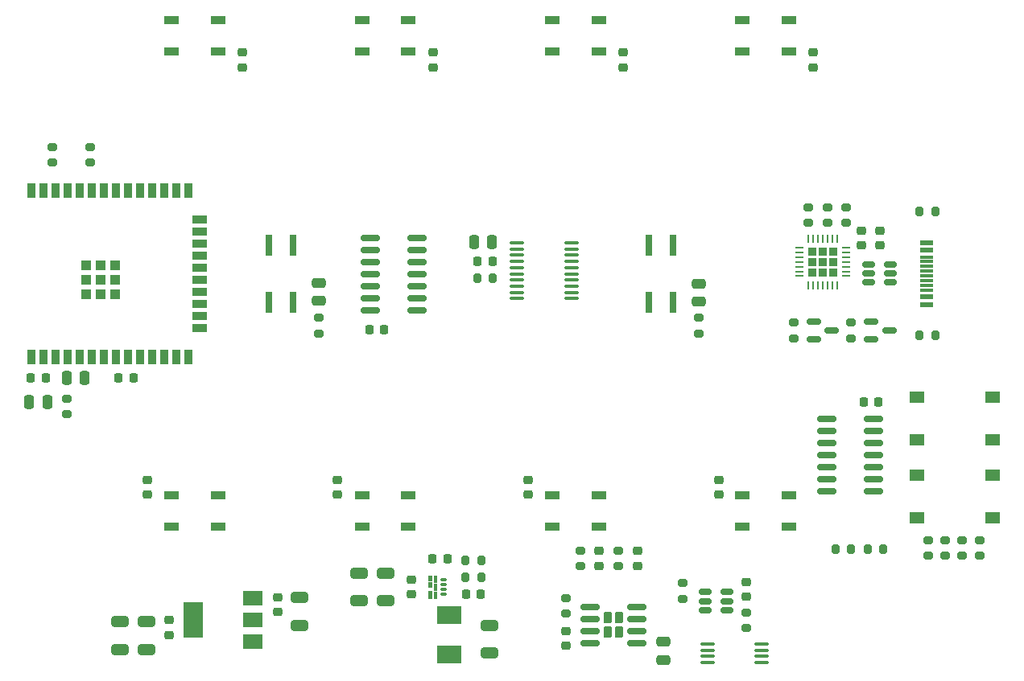
<source format=gtp>
G04 #@! TF.GenerationSoftware,KiCad,Pcbnew,(6.0.10-0)*
G04 #@! TF.CreationDate,2023-01-31T00:07:50+01:00*
G04 #@! TF.ProjectId,breast-module-proto-v1,62726561-7374-42d6-9d6f-64756c652d70,Proto V1*
G04 #@! TF.SameCoordinates,Original*
G04 #@! TF.FileFunction,Paste,Top*
G04 #@! TF.FilePolarity,Positive*
%FSLAX46Y46*%
G04 Gerber Fmt 4.6, Leading zero omitted, Abs format (unit mm)*
G04 Created by KiCad (PCBNEW (6.0.10-0)) date 2023-01-31 00:07:50*
%MOMM*%
%LPD*%
G01*
G04 APERTURE LIST*
G04 Aperture macros list*
%AMRoundRect*
0 Rectangle with rounded corners*
0 $1 Rounding radius*
0 $2 $3 $4 $5 $6 $7 $8 $9 X,Y pos of 4 corners*
0 Add a 4 corners polygon primitive as box body*
4,1,4,$2,$3,$4,$5,$6,$7,$8,$9,$2,$3,0*
0 Add four circle primitives for the rounded corners*
1,1,$1+$1,$2,$3*
1,1,$1+$1,$4,$5*
1,1,$1+$1,$6,$7*
1,1,$1+$1,$8,$9*
0 Add four rect primitives between the rounded corners*
20,1,$1+$1,$2,$3,$4,$5,0*
20,1,$1+$1,$4,$5,$6,$7,0*
20,1,$1+$1,$6,$7,$8,$9,0*
20,1,$1+$1,$8,$9,$2,$3,0*%
G04 Aperture macros list end*
%ADD10C,0.010000*%
%ADD11RoundRect,0.225000X0.250000X-0.225000X0.250000X0.225000X-0.250000X0.225000X-0.250000X-0.225000X0*%
%ADD12RoundRect,0.225000X-0.250000X0.225000X-0.250000X-0.225000X0.250000X-0.225000X0.250000X0.225000X0*%
%ADD13RoundRect,0.100000X-0.637500X-0.100000X0.637500X-0.100000X0.637500X0.100000X-0.637500X0.100000X0*%
%ADD14RoundRect,0.218750X0.256250X-0.218750X0.256250X0.218750X-0.256250X0.218750X-0.256250X-0.218750X0*%
%ADD15RoundRect,0.250000X0.250000X0.475000X-0.250000X0.475000X-0.250000X-0.475000X0.250000X-0.475000X0*%
%ADD16R,1.500000X0.900000*%
%ADD17RoundRect,0.150000X-0.825000X-0.150000X0.825000X-0.150000X0.825000X0.150000X-0.825000X0.150000X0*%
%ADD18RoundRect,0.250000X-0.475000X0.250000X-0.475000X-0.250000X0.475000X-0.250000X0.475000X0.250000X0*%
%ADD19R,1.550000X1.300000*%
%ADD20RoundRect,0.200000X-0.275000X0.200000X-0.275000X-0.200000X0.275000X-0.200000X0.275000X0.200000X0*%
%ADD21R,2.000000X1.500000*%
%ADD22R,2.000000X3.800000*%
%ADD23R,0.900000X1.500000*%
%ADD24R,1.050000X1.050000*%
%ADD25RoundRect,0.225000X-0.225000X-0.250000X0.225000X-0.250000X0.225000X0.250000X-0.225000X0.250000X0*%
%ADD26RoundRect,0.200000X0.275000X-0.200000X0.275000X0.200000X-0.275000X0.200000X-0.275000X-0.200000X0*%
%ADD27RoundRect,0.230000X-0.230000X-0.375000X0.230000X-0.375000X0.230000X0.375000X-0.230000X0.375000X0*%
%ADD28RoundRect,0.187500X0.187500X-0.937500X0.187500X0.937500X-0.187500X0.937500X-0.187500X-0.937500X0*%
%ADD29RoundRect,0.225000X0.225000X0.250000X-0.225000X0.250000X-0.225000X-0.250000X0.225000X-0.250000X0*%
%ADD30RoundRect,0.150000X-0.587500X-0.150000X0.587500X-0.150000X0.587500X0.150000X-0.587500X0.150000X0*%
%ADD31R,2.500000X1.900000*%
%ADD32R,1.450000X0.600000*%
%ADD33R,1.450000X0.300000*%
%ADD34RoundRect,0.250000X-0.650000X0.325000X-0.650000X-0.325000X0.650000X-0.325000X0.650000X0.325000X0*%
%ADD35RoundRect,0.200000X-0.200000X-0.275000X0.200000X-0.275000X0.200000X0.275000X-0.200000X0.275000X0*%
%ADD36RoundRect,0.200000X0.200000X0.275000X-0.200000X0.275000X-0.200000X-0.275000X0.200000X-0.275000X0*%
%ADD37RoundRect,0.250000X0.650000X-0.325000X0.650000X0.325000X-0.650000X0.325000X-0.650000X-0.325000X0*%
%ADD38RoundRect,0.225000X0.225000X0.225000X-0.225000X0.225000X-0.225000X-0.225000X0.225000X-0.225000X0*%
%ADD39RoundRect,0.062500X0.337500X0.062500X-0.337500X0.062500X-0.337500X-0.062500X0.337500X-0.062500X0*%
%ADD40RoundRect,0.062500X0.062500X0.337500X-0.062500X0.337500X-0.062500X-0.337500X0.062500X-0.337500X0*%
%ADD41RoundRect,0.150000X0.512500X0.150000X-0.512500X0.150000X-0.512500X-0.150000X0.512500X-0.150000X0*%
%ADD42RoundRect,0.150000X0.825000X0.150000X-0.825000X0.150000X-0.825000X-0.150000X0.825000X-0.150000X0*%
%ADD43RoundRect,0.100000X0.637500X0.100000X-0.637500X0.100000X-0.637500X-0.100000X0.637500X-0.100000X0*%
%ADD44RoundRect,0.030000X-0.270000X0.095000X-0.270000X-0.095000X0.270000X-0.095000X0.270000X0.095000X0*%
%ADD45RoundRect,0.150000X-0.512500X-0.150000X0.512500X-0.150000X0.512500X0.150000X-0.512500X0.150000X0*%
G04 APERTURE END LIST*
G36*
X140818000Y-128310999D02*
G01*
X140820000Y-128310999D01*
X140823000Y-128311999D01*
X140825000Y-128311999D01*
X140828000Y-128312999D01*
X140830000Y-128313999D01*
X140833000Y-128314999D01*
X140835000Y-128316999D01*
X140837000Y-128317999D01*
X140839000Y-128319999D01*
X140841000Y-128320999D01*
X140849000Y-128328999D01*
X140850000Y-128330999D01*
X140852000Y-128332999D01*
X140853000Y-128334999D01*
X140855000Y-128336999D01*
X140856000Y-128339999D01*
X140857000Y-128341999D01*
X140858000Y-128344999D01*
X140858000Y-128346999D01*
X140859000Y-128349999D01*
X140859000Y-128351999D01*
X140860000Y-128354999D01*
X140860000Y-128924999D01*
X140859000Y-128927999D01*
X140859000Y-128929999D01*
X140858000Y-128932999D01*
X140858000Y-128934999D01*
X140857000Y-128937999D01*
X140856000Y-128939999D01*
X140855000Y-128942999D01*
X140853000Y-128944999D01*
X140852000Y-128946999D01*
X140850000Y-128948999D01*
X140849000Y-128950999D01*
X140841000Y-128958999D01*
X140839000Y-128959999D01*
X140837000Y-128961999D01*
X140835000Y-128962999D01*
X140833000Y-128964999D01*
X140830000Y-128965999D01*
X140828000Y-128966999D01*
X140825000Y-128967999D01*
X140823000Y-128967999D01*
X140820000Y-128968999D01*
X140818000Y-128968999D01*
X140815000Y-128969999D01*
X140655000Y-128969999D01*
X140652000Y-128968999D01*
X140650000Y-128968999D01*
X140647000Y-128967999D01*
X140645000Y-128967999D01*
X140642000Y-128966999D01*
X140640000Y-128965999D01*
X140637000Y-128964999D01*
X140635000Y-128962999D01*
X140633000Y-128961999D01*
X140631000Y-128959999D01*
X140629000Y-128958999D01*
X140621000Y-128950999D01*
X140620000Y-128948999D01*
X140618000Y-128946999D01*
X140617000Y-128944999D01*
X140615000Y-128942999D01*
X140614000Y-128939999D01*
X140613000Y-128937999D01*
X140612000Y-128934999D01*
X140612000Y-128932999D01*
X140611000Y-128929999D01*
X140611000Y-128927999D01*
X140610000Y-128924999D01*
X140610000Y-128354999D01*
X140611000Y-128351999D01*
X140611000Y-128349999D01*
X140612000Y-128346999D01*
X140612000Y-128344999D01*
X140613000Y-128341999D01*
X140614000Y-128339999D01*
X140615000Y-128336999D01*
X140617000Y-128334999D01*
X140618000Y-128332999D01*
X140620000Y-128330999D01*
X140621000Y-128328999D01*
X140629000Y-128320999D01*
X140631000Y-128319999D01*
X140633000Y-128317999D01*
X140635000Y-128316999D01*
X140637000Y-128314999D01*
X140640000Y-128313999D01*
X140642000Y-128312999D01*
X140645000Y-128311999D01*
X140647000Y-128311999D01*
X140650000Y-128310999D01*
X140652000Y-128310999D01*
X140655000Y-128309999D01*
X140815000Y-128309999D01*
X140818000Y-128310999D01*
G37*
D10*
X140818000Y-128310999D02*
X140820000Y-128310999D01*
X140823000Y-128311999D01*
X140825000Y-128311999D01*
X140828000Y-128312999D01*
X140830000Y-128313999D01*
X140833000Y-128314999D01*
X140835000Y-128316999D01*
X140837000Y-128317999D01*
X140839000Y-128319999D01*
X140841000Y-128320999D01*
X140849000Y-128328999D01*
X140850000Y-128330999D01*
X140852000Y-128332999D01*
X140853000Y-128334999D01*
X140855000Y-128336999D01*
X140856000Y-128339999D01*
X140857000Y-128341999D01*
X140858000Y-128344999D01*
X140858000Y-128346999D01*
X140859000Y-128349999D01*
X140859000Y-128351999D01*
X140860000Y-128354999D01*
X140860000Y-128924999D01*
X140859000Y-128927999D01*
X140859000Y-128929999D01*
X140858000Y-128932999D01*
X140858000Y-128934999D01*
X140857000Y-128937999D01*
X140856000Y-128939999D01*
X140855000Y-128942999D01*
X140853000Y-128944999D01*
X140852000Y-128946999D01*
X140850000Y-128948999D01*
X140849000Y-128950999D01*
X140841000Y-128958999D01*
X140839000Y-128959999D01*
X140837000Y-128961999D01*
X140835000Y-128962999D01*
X140833000Y-128964999D01*
X140830000Y-128965999D01*
X140828000Y-128966999D01*
X140825000Y-128967999D01*
X140823000Y-128967999D01*
X140820000Y-128968999D01*
X140818000Y-128968999D01*
X140815000Y-128969999D01*
X140655000Y-128969999D01*
X140652000Y-128968999D01*
X140650000Y-128968999D01*
X140647000Y-128967999D01*
X140645000Y-128967999D01*
X140642000Y-128966999D01*
X140640000Y-128965999D01*
X140637000Y-128964999D01*
X140635000Y-128962999D01*
X140633000Y-128961999D01*
X140631000Y-128959999D01*
X140629000Y-128958999D01*
X140621000Y-128950999D01*
X140620000Y-128948999D01*
X140618000Y-128946999D01*
X140617000Y-128944999D01*
X140615000Y-128942999D01*
X140614000Y-128939999D01*
X140613000Y-128937999D01*
X140612000Y-128934999D01*
X140612000Y-128932999D01*
X140611000Y-128929999D01*
X140611000Y-128927999D01*
X140610000Y-128924999D01*
X140610000Y-128354999D01*
X140611000Y-128351999D01*
X140611000Y-128349999D01*
X140612000Y-128346999D01*
X140612000Y-128344999D01*
X140613000Y-128341999D01*
X140614000Y-128339999D01*
X140615000Y-128336999D01*
X140617000Y-128334999D01*
X140618000Y-128332999D01*
X140620000Y-128330999D01*
X140621000Y-128328999D01*
X140629000Y-128320999D01*
X140631000Y-128319999D01*
X140633000Y-128317999D01*
X140635000Y-128316999D01*
X140637000Y-128314999D01*
X140640000Y-128313999D01*
X140642000Y-128312999D01*
X140645000Y-128311999D01*
X140647000Y-128311999D01*
X140650000Y-128310999D01*
X140652000Y-128310999D01*
X140655000Y-128309999D01*
X140815000Y-128309999D01*
X140818000Y-128310999D01*
G36*
X140318000Y-129900999D02*
G01*
X140320000Y-129900999D01*
X140323000Y-129901999D01*
X140325000Y-129901999D01*
X140328000Y-129902999D01*
X140330000Y-129903999D01*
X140333000Y-129904999D01*
X140335000Y-129906999D01*
X140337000Y-129907999D01*
X140339000Y-129909999D01*
X140341000Y-129910999D01*
X140349000Y-129918999D01*
X140350000Y-129920999D01*
X140352000Y-129922999D01*
X140353000Y-129924999D01*
X140355000Y-129926999D01*
X140356000Y-129929999D01*
X140357000Y-129931999D01*
X140358000Y-129934999D01*
X140358000Y-129936999D01*
X140359000Y-129939999D01*
X140359000Y-129941999D01*
X140360000Y-129944999D01*
X140360000Y-130654999D01*
X140359000Y-130657999D01*
X140359000Y-130659999D01*
X140358000Y-130662999D01*
X140358000Y-130664999D01*
X140357000Y-130667999D01*
X140356000Y-130669999D01*
X140355000Y-130672999D01*
X140353000Y-130674999D01*
X140352000Y-130676999D01*
X140350000Y-130678999D01*
X140349000Y-130680999D01*
X140341000Y-130688999D01*
X140339000Y-130689999D01*
X140337000Y-130691999D01*
X140335000Y-130692999D01*
X140333000Y-130694999D01*
X140330000Y-130695999D01*
X140328000Y-130696999D01*
X140325000Y-130697999D01*
X140323000Y-130697999D01*
X140320000Y-130698999D01*
X140318000Y-130698999D01*
X140315000Y-130699999D01*
X140105000Y-130699999D01*
X140102000Y-130698999D01*
X140100000Y-130698999D01*
X140097000Y-130697999D01*
X140095000Y-130697999D01*
X140092000Y-130696999D01*
X140090000Y-130695999D01*
X140087000Y-130694999D01*
X140085000Y-130692999D01*
X140083000Y-130691999D01*
X140081000Y-130689999D01*
X140079000Y-130688999D01*
X140071000Y-130680999D01*
X140070000Y-130678999D01*
X140068000Y-130676999D01*
X140067000Y-130674999D01*
X140065000Y-130672999D01*
X140064000Y-130669999D01*
X140063000Y-130667999D01*
X140062000Y-130664999D01*
X140062000Y-130662999D01*
X140061000Y-130659999D01*
X140061000Y-130657999D01*
X140060000Y-130654999D01*
X140060000Y-129944999D01*
X140061000Y-129941999D01*
X140061000Y-129939999D01*
X140062000Y-129936999D01*
X140062000Y-129934999D01*
X140063000Y-129931999D01*
X140064000Y-129929999D01*
X140065000Y-129926999D01*
X140067000Y-129924999D01*
X140068000Y-129922999D01*
X140070000Y-129920999D01*
X140071000Y-129918999D01*
X140079000Y-129910999D01*
X140081000Y-129909999D01*
X140083000Y-129907999D01*
X140085000Y-129906999D01*
X140087000Y-129904999D01*
X140090000Y-129903999D01*
X140092000Y-129902999D01*
X140095000Y-129901999D01*
X140097000Y-129901999D01*
X140100000Y-129900999D01*
X140102000Y-129900999D01*
X140105000Y-129899999D01*
X140315000Y-129899999D01*
X140318000Y-129900999D01*
G37*
X140318000Y-129900999D02*
X140320000Y-129900999D01*
X140323000Y-129901999D01*
X140325000Y-129901999D01*
X140328000Y-129902999D01*
X140330000Y-129903999D01*
X140333000Y-129904999D01*
X140335000Y-129906999D01*
X140337000Y-129907999D01*
X140339000Y-129909999D01*
X140341000Y-129910999D01*
X140349000Y-129918999D01*
X140350000Y-129920999D01*
X140352000Y-129922999D01*
X140353000Y-129924999D01*
X140355000Y-129926999D01*
X140356000Y-129929999D01*
X140357000Y-129931999D01*
X140358000Y-129934999D01*
X140358000Y-129936999D01*
X140359000Y-129939999D01*
X140359000Y-129941999D01*
X140360000Y-129944999D01*
X140360000Y-130654999D01*
X140359000Y-130657999D01*
X140359000Y-130659999D01*
X140358000Y-130662999D01*
X140358000Y-130664999D01*
X140357000Y-130667999D01*
X140356000Y-130669999D01*
X140355000Y-130672999D01*
X140353000Y-130674999D01*
X140352000Y-130676999D01*
X140350000Y-130678999D01*
X140349000Y-130680999D01*
X140341000Y-130688999D01*
X140339000Y-130689999D01*
X140337000Y-130691999D01*
X140335000Y-130692999D01*
X140333000Y-130694999D01*
X140330000Y-130695999D01*
X140328000Y-130696999D01*
X140325000Y-130697999D01*
X140323000Y-130697999D01*
X140320000Y-130698999D01*
X140318000Y-130698999D01*
X140315000Y-130699999D01*
X140105000Y-130699999D01*
X140102000Y-130698999D01*
X140100000Y-130698999D01*
X140097000Y-130697999D01*
X140095000Y-130697999D01*
X140092000Y-130696999D01*
X140090000Y-130695999D01*
X140087000Y-130694999D01*
X140085000Y-130692999D01*
X140083000Y-130691999D01*
X140081000Y-130689999D01*
X140079000Y-130688999D01*
X140071000Y-130680999D01*
X140070000Y-130678999D01*
X140068000Y-130676999D01*
X140067000Y-130674999D01*
X140065000Y-130672999D01*
X140064000Y-130669999D01*
X140063000Y-130667999D01*
X140062000Y-130664999D01*
X140062000Y-130662999D01*
X140061000Y-130659999D01*
X140061000Y-130657999D01*
X140060000Y-130654999D01*
X140060000Y-129944999D01*
X140061000Y-129941999D01*
X140061000Y-129939999D01*
X140062000Y-129936999D01*
X140062000Y-129934999D01*
X140063000Y-129931999D01*
X140064000Y-129929999D01*
X140065000Y-129926999D01*
X140067000Y-129924999D01*
X140068000Y-129922999D01*
X140070000Y-129920999D01*
X140071000Y-129918999D01*
X140079000Y-129910999D01*
X140081000Y-129909999D01*
X140083000Y-129907999D01*
X140085000Y-129906999D01*
X140087000Y-129904999D01*
X140090000Y-129903999D01*
X140092000Y-129902999D01*
X140095000Y-129901999D01*
X140097000Y-129901999D01*
X140100000Y-129900999D01*
X140102000Y-129900999D01*
X140105000Y-129899999D01*
X140315000Y-129899999D01*
X140318000Y-129900999D01*
G36*
X140320000Y-128300999D02*
G01*
X140323000Y-128300999D01*
X140325000Y-128301999D01*
X140328000Y-128302999D01*
X140330000Y-128303999D01*
X140333000Y-128304999D01*
X140335000Y-128305999D01*
X140337000Y-128307999D01*
X140339000Y-128308999D01*
X140341000Y-128310999D01*
X140343000Y-128311999D01*
X140349000Y-128317999D01*
X140350000Y-128319999D01*
X140352000Y-128321999D01*
X140353000Y-128324999D01*
X140355000Y-128326999D01*
X140356000Y-128328999D01*
X140357000Y-128331999D01*
X140358000Y-128333999D01*
X140358000Y-128336999D01*
X140359000Y-128338999D01*
X140359000Y-128341999D01*
X140360000Y-128343999D01*
X140360000Y-128779999D01*
X140359000Y-128781999D01*
X140359000Y-128784999D01*
X140358000Y-128786999D01*
X140358000Y-128789999D01*
X140357000Y-128791999D01*
X140356000Y-128794999D01*
X140355000Y-128796999D01*
X140353000Y-128798999D01*
X140352000Y-128801999D01*
X140350000Y-128803999D01*
X140349000Y-128805999D01*
X140343000Y-128811999D01*
X140341000Y-128812999D01*
X140339000Y-128814999D01*
X140337000Y-128815999D01*
X140335000Y-128817999D01*
X140333000Y-128818999D01*
X140330000Y-128819999D01*
X140328000Y-128820999D01*
X140325000Y-128821999D01*
X140323000Y-128822999D01*
X140320000Y-128822999D01*
X140318000Y-128823999D01*
X140313000Y-128823999D01*
X140310000Y-128824999D01*
X140110000Y-128824999D01*
X140107000Y-128823999D01*
X140102000Y-128823999D01*
X140100000Y-128822999D01*
X140097000Y-128822999D01*
X140095000Y-128821999D01*
X140092000Y-128820999D01*
X140090000Y-128819999D01*
X140087000Y-128818999D01*
X140085000Y-128817999D01*
X140083000Y-128815999D01*
X140081000Y-128814999D01*
X140079000Y-128812999D01*
X140077000Y-128811999D01*
X140071000Y-128805999D01*
X140070000Y-128803999D01*
X140068000Y-128801999D01*
X140067000Y-128798999D01*
X140065000Y-128796999D01*
X140064000Y-128794999D01*
X140063000Y-128791999D01*
X140062000Y-128789999D01*
X140062000Y-128786999D01*
X140061000Y-128784999D01*
X140061000Y-128781999D01*
X140060000Y-128779999D01*
X140060000Y-128343999D01*
X140061000Y-128341999D01*
X140061000Y-128338999D01*
X140062000Y-128336999D01*
X140062000Y-128333999D01*
X140063000Y-128331999D01*
X140064000Y-128328999D01*
X140065000Y-128326999D01*
X140067000Y-128324999D01*
X140068000Y-128321999D01*
X140070000Y-128319999D01*
X140071000Y-128317999D01*
X140077000Y-128311999D01*
X140079000Y-128310999D01*
X140081000Y-128308999D01*
X140083000Y-128307999D01*
X140085000Y-128305999D01*
X140087000Y-128304999D01*
X140090000Y-128303999D01*
X140092000Y-128302999D01*
X140095000Y-128301999D01*
X140097000Y-128300999D01*
X140100000Y-128300999D01*
X140102000Y-128299999D01*
X140318000Y-128299999D01*
X140320000Y-128300999D01*
G37*
X140320000Y-128300999D02*
X140323000Y-128300999D01*
X140325000Y-128301999D01*
X140328000Y-128302999D01*
X140330000Y-128303999D01*
X140333000Y-128304999D01*
X140335000Y-128305999D01*
X140337000Y-128307999D01*
X140339000Y-128308999D01*
X140341000Y-128310999D01*
X140343000Y-128311999D01*
X140349000Y-128317999D01*
X140350000Y-128319999D01*
X140352000Y-128321999D01*
X140353000Y-128324999D01*
X140355000Y-128326999D01*
X140356000Y-128328999D01*
X140357000Y-128331999D01*
X140358000Y-128333999D01*
X140358000Y-128336999D01*
X140359000Y-128338999D01*
X140359000Y-128341999D01*
X140360000Y-128343999D01*
X140360000Y-128779999D01*
X140359000Y-128781999D01*
X140359000Y-128784999D01*
X140358000Y-128786999D01*
X140358000Y-128789999D01*
X140357000Y-128791999D01*
X140356000Y-128794999D01*
X140355000Y-128796999D01*
X140353000Y-128798999D01*
X140352000Y-128801999D01*
X140350000Y-128803999D01*
X140349000Y-128805999D01*
X140343000Y-128811999D01*
X140341000Y-128812999D01*
X140339000Y-128814999D01*
X140337000Y-128815999D01*
X140335000Y-128817999D01*
X140333000Y-128818999D01*
X140330000Y-128819999D01*
X140328000Y-128820999D01*
X140325000Y-128821999D01*
X140323000Y-128822999D01*
X140320000Y-128822999D01*
X140318000Y-128823999D01*
X140313000Y-128823999D01*
X140310000Y-128824999D01*
X140110000Y-128824999D01*
X140107000Y-128823999D01*
X140102000Y-128823999D01*
X140100000Y-128822999D01*
X140097000Y-128822999D01*
X140095000Y-128821999D01*
X140092000Y-128820999D01*
X140090000Y-128819999D01*
X140087000Y-128818999D01*
X140085000Y-128817999D01*
X140083000Y-128815999D01*
X140081000Y-128814999D01*
X140079000Y-128812999D01*
X140077000Y-128811999D01*
X140071000Y-128805999D01*
X140070000Y-128803999D01*
X140068000Y-128801999D01*
X140067000Y-128798999D01*
X140065000Y-128796999D01*
X140064000Y-128794999D01*
X140063000Y-128791999D01*
X140062000Y-128789999D01*
X140062000Y-128786999D01*
X140061000Y-128784999D01*
X140061000Y-128781999D01*
X140060000Y-128779999D01*
X140060000Y-128343999D01*
X140061000Y-128341999D01*
X140061000Y-128338999D01*
X140062000Y-128336999D01*
X140062000Y-128333999D01*
X140063000Y-128331999D01*
X140064000Y-128328999D01*
X140065000Y-128326999D01*
X140067000Y-128324999D01*
X140068000Y-128321999D01*
X140070000Y-128319999D01*
X140071000Y-128317999D01*
X140077000Y-128311999D01*
X140079000Y-128310999D01*
X140081000Y-128308999D01*
X140083000Y-128307999D01*
X140085000Y-128305999D01*
X140087000Y-128304999D01*
X140090000Y-128303999D01*
X140092000Y-128302999D01*
X140095000Y-128301999D01*
X140097000Y-128300999D01*
X140100000Y-128300999D01*
X140102000Y-128299999D01*
X140318000Y-128299999D01*
X140320000Y-128300999D01*
G36*
X140818000Y-130030999D02*
G01*
X140820000Y-130030999D01*
X140823000Y-130031999D01*
X140825000Y-130031999D01*
X140828000Y-130032999D01*
X140830000Y-130033999D01*
X140833000Y-130034999D01*
X140835000Y-130036999D01*
X140837000Y-130037999D01*
X140839000Y-130039999D01*
X140841000Y-130040999D01*
X140849000Y-130048999D01*
X140850000Y-130050999D01*
X140852000Y-130052999D01*
X140853000Y-130054999D01*
X140855000Y-130056999D01*
X140856000Y-130059999D01*
X140857000Y-130061999D01*
X140858000Y-130064999D01*
X140858000Y-130066999D01*
X140859000Y-130069999D01*
X140859000Y-130071999D01*
X140860000Y-130074999D01*
X140860000Y-130644999D01*
X140859000Y-130647999D01*
X140859000Y-130649999D01*
X140858000Y-130652999D01*
X140858000Y-130654999D01*
X140857000Y-130657999D01*
X140856000Y-130659999D01*
X140855000Y-130662999D01*
X140853000Y-130664999D01*
X140852000Y-130666999D01*
X140850000Y-130668999D01*
X140849000Y-130670999D01*
X140841000Y-130678999D01*
X140839000Y-130679999D01*
X140837000Y-130681999D01*
X140835000Y-130682999D01*
X140833000Y-130684999D01*
X140830000Y-130685999D01*
X140828000Y-130686999D01*
X140825000Y-130687999D01*
X140823000Y-130687999D01*
X140820000Y-130688999D01*
X140818000Y-130688999D01*
X140815000Y-130689999D01*
X140655000Y-130689999D01*
X140652000Y-130688999D01*
X140650000Y-130688999D01*
X140647000Y-130687999D01*
X140645000Y-130687999D01*
X140642000Y-130686999D01*
X140640000Y-130685999D01*
X140637000Y-130684999D01*
X140635000Y-130682999D01*
X140633000Y-130681999D01*
X140631000Y-130679999D01*
X140629000Y-130678999D01*
X140621000Y-130670999D01*
X140620000Y-130668999D01*
X140618000Y-130666999D01*
X140617000Y-130664999D01*
X140615000Y-130662999D01*
X140614000Y-130659999D01*
X140613000Y-130657999D01*
X140612000Y-130654999D01*
X140612000Y-130652999D01*
X140611000Y-130649999D01*
X140611000Y-130647999D01*
X140610000Y-130644999D01*
X140610000Y-130074999D01*
X140611000Y-130071999D01*
X140611000Y-130069999D01*
X140612000Y-130066999D01*
X140612000Y-130064999D01*
X140613000Y-130061999D01*
X140614000Y-130059999D01*
X140615000Y-130056999D01*
X140617000Y-130054999D01*
X140618000Y-130052999D01*
X140620000Y-130050999D01*
X140621000Y-130048999D01*
X140629000Y-130040999D01*
X140631000Y-130039999D01*
X140633000Y-130037999D01*
X140635000Y-130036999D01*
X140637000Y-130034999D01*
X140640000Y-130033999D01*
X140642000Y-130032999D01*
X140645000Y-130031999D01*
X140647000Y-130031999D01*
X140650000Y-130030999D01*
X140652000Y-130030999D01*
X140655000Y-130029999D01*
X140815000Y-130029999D01*
X140818000Y-130030999D01*
G37*
X140818000Y-130030999D02*
X140820000Y-130030999D01*
X140823000Y-130031999D01*
X140825000Y-130031999D01*
X140828000Y-130032999D01*
X140830000Y-130033999D01*
X140833000Y-130034999D01*
X140835000Y-130036999D01*
X140837000Y-130037999D01*
X140839000Y-130039999D01*
X140841000Y-130040999D01*
X140849000Y-130048999D01*
X140850000Y-130050999D01*
X140852000Y-130052999D01*
X140853000Y-130054999D01*
X140855000Y-130056999D01*
X140856000Y-130059999D01*
X140857000Y-130061999D01*
X140858000Y-130064999D01*
X140858000Y-130066999D01*
X140859000Y-130069999D01*
X140859000Y-130071999D01*
X140860000Y-130074999D01*
X140860000Y-130644999D01*
X140859000Y-130647999D01*
X140859000Y-130649999D01*
X140858000Y-130652999D01*
X140858000Y-130654999D01*
X140857000Y-130657999D01*
X140856000Y-130659999D01*
X140855000Y-130662999D01*
X140853000Y-130664999D01*
X140852000Y-130666999D01*
X140850000Y-130668999D01*
X140849000Y-130670999D01*
X140841000Y-130678999D01*
X140839000Y-130679999D01*
X140837000Y-130681999D01*
X140835000Y-130682999D01*
X140833000Y-130684999D01*
X140830000Y-130685999D01*
X140828000Y-130686999D01*
X140825000Y-130687999D01*
X140823000Y-130687999D01*
X140820000Y-130688999D01*
X140818000Y-130688999D01*
X140815000Y-130689999D01*
X140655000Y-130689999D01*
X140652000Y-130688999D01*
X140650000Y-130688999D01*
X140647000Y-130687999D01*
X140645000Y-130687999D01*
X140642000Y-130686999D01*
X140640000Y-130685999D01*
X140637000Y-130684999D01*
X140635000Y-130682999D01*
X140633000Y-130681999D01*
X140631000Y-130679999D01*
X140629000Y-130678999D01*
X140621000Y-130670999D01*
X140620000Y-130668999D01*
X140618000Y-130666999D01*
X140617000Y-130664999D01*
X140615000Y-130662999D01*
X140614000Y-130659999D01*
X140613000Y-130657999D01*
X140612000Y-130654999D01*
X140612000Y-130652999D01*
X140611000Y-130649999D01*
X140611000Y-130647999D01*
X140610000Y-130644999D01*
X140610000Y-130074999D01*
X140611000Y-130071999D01*
X140611000Y-130069999D01*
X140612000Y-130066999D01*
X140612000Y-130064999D01*
X140613000Y-130061999D01*
X140614000Y-130059999D01*
X140615000Y-130056999D01*
X140617000Y-130054999D01*
X140618000Y-130052999D01*
X140620000Y-130050999D01*
X140621000Y-130048999D01*
X140629000Y-130040999D01*
X140631000Y-130039999D01*
X140633000Y-130037999D01*
X140635000Y-130036999D01*
X140637000Y-130034999D01*
X140640000Y-130033999D01*
X140642000Y-130032999D01*
X140645000Y-130031999D01*
X140647000Y-130031999D01*
X140650000Y-130030999D01*
X140652000Y-130030999D01*
X140655000Y-130029999D01*
X140815000Y-130029999D01*
X140818000Y-130030999D01*
G36*
X140818000Y-129170999D02*
G01*
X140820000Y-129170999D01*
X140823000Y-129171999D01*
X140825000Y-129171999D01*
X140828000Y-129172999D01*
X140830000Y-129173999D01*
X140833000Y-129174999D01*
X140835000Y-129176999D01*
X140837000Y-129177999D01*
X140839000Y-129179999D01*
X140841000Y-129180999D01*
X140849000Y-129188999D01*
X140850000Y-129190999D01*
X140852000Y-129192999D01*
X140853000Y-129194999D01*
X140855000Y-129196999D01*
X140856000Y-129199999D01*
X140857000Y-129201999D01*
X140858000Y-129204999D01*
X140858000Y-129206999D01*
X140859000Y-129209999D01*
X140859000Y-129211999D01*
X140860000Y-129214999D01*
X140860000Y-129784999D01*
X140859000Y-129787999D01*
X140859000Y-129789999D01*
X140858000Y-129792999D01*
X140858000Y-129794999D01*
X140857000Y-129797999D01*
X140856000Y-129799999D01*
X140855000Y-129802999D01*
X140853000Y-129804999D01*
X140852000Y-129806999D01*
X140850000Y-129808999D01*
X140849000Y-129810999D01*
X140841000Y-129818999D01*
X140839000Y-129819999D01*
X140837000Y-129821999D01*
X140835000Y-129822999D01*
X140833000Y-129824999D01*
X140830000Y-129825999D01*
X140828000Y-129826999D01*
X140825000Y-129827999D01*
X140823000Y-129827999D01*
X140820000Y-129828999D01*
X140818000Y-129828999D01*
X140815000Y-129829999D01*
X140655000Y-129829999D01*
X140652000Y-129828999D01*
X140650000Y-129828999D01*
X140647000Y-129827999D01*
X140645000Y-129827999D01*
X140642000Y-129826999D01*
X140640000Y-129825999D01*
X140637000Y-129824999D01*
X140635000Y-129822999D01*
X140633000Y-129821999D01*
X140631000Y-129819999D01*
X140629000Y-129818999D01*
X140621000Y-129810999D01*
X140620000Y-129808999D01*
X140618000Y-129806999D01*
X140617000Y-129804999D01*
X140615000Y-129802999D01*
X140614000Y-129799999D01*
X140613000Y-129797999D01*
X140612000Y-129794999D01*
X140612000Y-129792999D01*
X140611000Y-129789999D01*
X140611000Y-129787999D01*
X140610000Y-129784999D01*
X140610000Y-129214999D01*
X140611000Y-129211999D01*
X140611000Y-129209999D01*
X140612000Y-129206999D01*
X140612000Y-129204999D01*
X140613000Y-129201999D01*
X140614000Y-129199999D01*
X140615000Y-129196999D01*
X140617000Y-129194999D01*
X140618000Y-129192999D01*
X140620000Y-129190999D01*
X140621000Y-129188999D01*
X140629000Y-129180999D01*
X140631000Y-129179999D01*
X140633000Y-129177999D01*
X140635000Y-129176999D01*
X140637000Y-129174999D01*
X140640000Y-129173999D01*
X140642000Y-129172999D01*
X140645000Y-129171999D01*
X140647000Y-129171999D01*
X140650000Y-129170999D01*
X140652000Y-129170999D01*
X140655000Y-129169999D01*
X140815000Y-129169999D01*
X140818000Y-129170999D01*
G37*
X140818000Y-129170999D02*
X140820000Y-129170999D01*
X140823000Y-129171999D01*
X140825000Y-129171999D01*
X140828000Y-129172999D01*
X140830000Y-129173999D01*
X140833000Y-129174999D01*
X140835000Y-129176999D01*
X140837000Y-129177999D01*
X140839000Y-129179999D01*
X140841000Y-129180999D01*
X140849000Y-129188999D01*
X140850000Y-129190999D01*
X140852000Y-129192999D01*
X140853000Y-129194999D01*
X140855000Y-129196999D01*
X140856000Y-129199999D01*
X140857000Y-129201999D01*
X140858000Y-129204999D01*
X140858000Y-129206999D01*
X140859000Y-129209999D01*
X140859000Y-129211999D01*
X140860000Y-129214999D01*
X140860000Y-129784999D01*
X140859000Y-129787999D01*
X140859000Y-129789999D01*
X140858000Y-129792999D01*
X140858000Y-129794999D01*
X140857000Y-129797999D01*
X140856000Y-129799999D01*
X140855000Y-129802999D01*
X140853000Y-129804999D01*
X140852000Y-129806999D01*
X140850000Y-129808999D01*
X140849000Y-129810999D01*
X140841000Y-129818999D01*
X140839000Y-129819999D01*
X140837000Y-129821999D01*
X140835000Y-129822999D01*
X140833000Y-129824999D01*
X140830000Y-129825999D01*
X140828000Y-129826999D01*
X140825000Y-129827999D01*
X140823000Y-129827999D01*
X140820000Y-129828999D01*
X140818000Y-129828999D01*
X140815000Y-129829999D01*
X140655000Y-129829999D01*
X140652000Y-129828999D01*
X140650000Y-129828999D01*
X140647000Y-129827999D01*
X140645000Y-129827999D01*
X140642000Y-129826999D01*
X140640000Y-129825999D01*
X140637000Y-129824999D01*
X140635000Y-129822999D01*
X140633000Y-129821999D01*
X140631000Y-129819999D01*
X140629000Y-129818999D01*
X140621000Y-129810999D01*
X140620000Y-129808999D01*
X140618000Y-129806999D01*
X140617000Y-129804999D01*
X140615000Y-129802999D01*
X140614000Y-129799999D01*
X140613000Y-129797999D01*
X140612000Y-129794999D01*
X140612000Y-129792999D01*
X140611000Y-129789999D01*
X140611000Y-129787999D01*
X140610000Y-129784999D01*
X140610000Y-129214999D01*
X140611000Y-129211999D01*
X140611000Y-129209999D01*
X140612000Y-129206999D01*
X140612000Y-129204999D01*
X140613000Y-129201999D01*
X140614000Y-129199999D01*
X140615000Y-129196999D01*
X140617000Y-129194999D01*
X140618000Y-129192999D01*
X140620000Y-129190999D01*
X140621000Y-129188999D01*
X140629000Y-129180999D01*
X140631000Y-129179999D01*
X140633000Y-129177999D01*
X140635000Y-129176999D01*
X140637000Y-129174999D01*
X140640000Y-129173999D01*
X140642000Y-129172999D01*
X140645000Y-129171999D01*
X140647000Y-129171999D01*
X140650000Y-129170999D01*
X140652000Y-129170999D01*
X140655000Y-129169999D01*
X140815000Y-129169999D01*
X140818000Y-129170999D01*
G36*
X140318000Y-128975999D02*
G01*
X140320000Y-128975999D01*
X140323000Y-128976999D01*
X140325000Y-128976999D01*
X140328000Y-128977999D01*
X140330000Y-128978999D01*
X140333000Y-128979999D01*
X140335000Y-128981999D01*
X140337000Y-128982999D01*
X140339000Y-128984999D01*
X140341000Y-128985999D01*
X140349000Y-128993999D01*
X140350000Y-128995999D01*
X140352000Y-128997999D01*
X140353000Y-128999999D01*
X140355000Y-129001999D01*
X140356000Y-129004999D01*
X140357000Y-129006999D01*
X140358000Y-129009999D01*
X140358000Y-129011999D01*
X140359000Y-129014999D01*
X140359000Y-129016999D01*
X140360000Y-129019999D01*
X140360000Y-129454999D01*
X140359000Y-129457999D01*
X140359000Y-129459999D01*
X140358000Y-129462999D01*
X140358000Y-129464999D01*
X140357000Y-129467999D01*
X140356000Y-129469999D01*
X140355000Y-129472999D01*
X140353000Y-129474999D01*
X140352000Y-129476999D01*
X140350000Y-129478999D01*
X140349000Y-129480999D01*
X140341000Y-129488999D01*
X140339000Y-129489999D01*
X140337000Y-129491999D01*
X140335000Y-129492999D01*
X140333000Y-129494999D01*
X140330000Y-129495999D01*
X140328000Y-129496999D01*
X140325000Y-129497999D01*
X140323000Y-129497999D01*
X140320000Y-129498999D01*
X140318000Y-129498999D01*
X140315000Y-129499999D01*
X140105000Y-129499999D01*
X140102000Y-129498999D01*
X140100000Y-129498999D01*
X140097000Y-129497999D01*
X140095000Y-129497999D01*
X140092000Y-129496999D01*
X140090000Y-129495999D01*
X140087000Y-129494999D01*
X140085000Y-129492999D01*
X140083000Y-129491999D01*
X140081000Y-129489999D01*
X140079000Y-129488999D01*
X140071000Y-129480999D01*
X140070000Y-129478999D01*
X140068000Y-129476999D01*
X140067000Y-129474999D01*
X140065000Y-129472999D01*
X140064000Y-129469999D01*
X140063000Y-129467999D01*
X140062000Y-129464999D01*
X140062000Y-129462999D01*
X140061000Y-129459999D01*
X140061000Y-129457999D01*
X140060000Y-129454999D01*
X140060000Y-129019999D01*
X140061000Y-129016999D01*
X140061000Y-129014999D01*
X140062000Y-129011999D01*
X140062000Y-129009999D01*
X140063000Y-129006999D01*
X140064000Y-129004999D01*
X140065000Y-129001999D01*
X140067000Y-128999999D01*
X140068000Y-128997999D01*
X140070000Y-128995999D01*
X140071000Y-128993999D01*
X140079000Y-128985999D01*
X140081000Y-128984999D01*
X140083000Y-128982999D01*
X140085000Y-128981999D01*
X140087000Y-128979999D01*
X140090000Y-128978999D01*
X140092000Y-128977999D01*
X140095000Y-128976999D01*
X140097000Y-128976999D01*
X140100000Y-128975999D01*
X140102000Y-128975999D01*
X140105000Y-128974999D01*
X140315000Y-128974999D01*
X140318000Y-128975999D01*
G37*
X140318000Y-128975999D02*
X140320000Y-128975999D01*
X140323000Y-128976999D01*
X140325000Y-128976999D01*
X140328000Y-128977999D01*
X140330000Y-128978999D01*
X140333000Y-128979999D01*
X140335000Y-128981999D01*
X140337000Y-128982999D01*
X140339000Y-128984999D01*
X140341000Y-128985999D01*
X140349000Y-128993999D01*
X140350000Y-128995999D01*
X140352000Y-128997999D01*
X140353000Y-128999999D01*
X140355000Y-129001999D01*
X140356000Y-129004999D01*
X140357000Y-129006999D01*
X140358000Y-129009999D01*
X140358000Y-129011999D01*
X140359000Y-129014999D01*
X140359000Y-129016999D01*
X140360000Y-129019999D01*
X140360000Y-129454999D01*
X140359000Y-129457999D01*
X140359000Y-129459999D01*
X140358000Y-129462999D01*
X140358000Y-129464999D01*
X140357000Y-129467999D01*
X140356000Y-129469999D01*
X140355000Y-129472999D01*
X140353000Y-129474999D01*
X140352000Y-129476999D01*
X140350000Y-129478999D01*
X140349000Y-129480999D01*
X140341000Y-129488999D01*
X140339000Y-129489999D01*
X140337000Y-129491999D01*
X140335000Y-129492999D01*
X140333000Y-129494999D01*
X140330000Y-129495999D01*
X140328000Y-129496999D01*
X140325000Y-129497999D01*
X140323000Y-129497999D01*
X140320000Y-129498999D01*
X140318000Y-129498999D01*
X140315000Y-129499999D01*
X140105000Y-129499999D01*
X140102000Y-129498999D01*
X140100000Y-129498999D01*
X140097000Y-129497999D01*
X140095000Y-129497999D01*
X140092000Y-129496999D01*
X140090000Y-129495999D01*
X140087000Y-129494999D01*
X140085000Y-129492999D01*
X140083000Y-129491999D01*
X140081000Y-129489999D01*
X140079000Y-129488999D01*
X140071000Y-129480999D01*
X140070000Y-129478999D01*
X140068000Y-129476999D01*
X140067000Y-129474999D01*
X140065000Y-129472999D01*
X140064000Y-129469999D01*
X140063000Y-129467999D01*
X140062000Y-129464999D01*
X140062000Y-129462999D01*
X140061000Y-129459999D01*
X140061000Y-129457999D01*
X140060000Y-129454999D01*
X140060000Y-129019999D01*
X140061000Y-129016999D01*
X140061000Y-129014999D01*
X140062000Y-129011999D01*
X140062000Y-129009999D01*
X140063000Y-129006999D01*
X140064000Y-129004999D01*
X140065000Y-129001999D01*
X140067000Y-128999999D01*
X140068000Y-128997999D01*
X140070000Y-128995999D01*
X140071000Y-128993999D01*
X140079000Y-128985999D01*
X140081000Y-128984999D01*
X140083000Y-128982999D01*
X140085000Y-128981999D01*
X140087000Y-128979999D01*
X140090000Y-128978999D01*
X140092000Y-128977999D01*
X140095000Y-128976999D01*
X140097000Y-128976999D01*
X140100000Y-128975999D01*
X140102000Y-128975999D01*
X140105000Y-128974999D01*
X140315000Y-128974999D01*
X140318000Y-128975999D01*
D11*
X130500000Y-119775000D03*
X130500000Y-118225000D03*
D12*
X160500000Y-73225000D03*
X160500000Y-74775000D03*
D13*
X149337500Y-93275000D03*
X149337500Y-93925000D03*
X149337500Y-94575000D03*
X149337500Y-95225000D03*
X149337500Y-95875000D03*
X149337500Y-96525000D03*
X149337500Y-97175000D03*
X149337500Y-97825000D03*
X149337500Y-98475000D03*
X149337500Y-99125000D03*
X155062500Y-99125000D03*
X155062500Y-98475000D03*
X155062500Y-97825000D03*
X155062500Y-97175000D03*
X155062500Y-96525000D03*
X155062500Y-95875000D03*
X155062500Y-95225000D03*
X155062500Y-94575000D03*
X155062500Y-93925000D03*
X155062500Y-93275000D03*
D14*
X158000000Y-127287499D03*
X158000000Y-125712499D03*
D15*
X103900000Y-107500000D03*
X102000000Y-107500000D03*
D16*
X133050000Y-119850000D03*
X133050000Y-123150000D03*
X137950000Y-123150000D03*
X137950000Y-119850000D03*
D12*
X185600000Y-92000000D03*
X185600000Y-93550000D03*
D17*
X181925000Y-111790000D03*
X181925000Y-113060000D03*
X181925000Y-114330000D03*
X181925000Y-115600000D03*
X181925000Y-116870000D03*
X181925000Y-118140000D03*
X181925000Y-119410000D03*
X186875000Y-119410000D03*
X186875000Y-118140000D03*
X186875000Y-116870000D03*
X186875000Y-115600000D03*
X186875000Y-114330000D03*
X186875000Y-113060000D03*
X186875000Y-111790000D03*
D16*
X173050000Y-119850000D03*
X173050000Y-123150000D03*
X177950000Y-123150000D03*
X177950000Y-119850000D03*
D18*
X164750000Y-135300000D03*
X164750000Y-137200000D03*
D19*
X191425000Y-117750000D03*
X199375000Y-117750000D03*
X191425000Y-122250000D03*
X199375000Y-122250000D03*
D20*
X104500000Y-83175000D03*
X104500000Y-84825000D03*
D21*
X121600000Y-135275000D03*
X121600000Y-132975000D03*
D22*
X115300000Y-132975000D03*
D21*
X121600000Y-130675000D03*
D12*
X173500000Y-128999999D03*
X173500000Y-130549999D03*
D20*
X100500000Y-83175000D03*
X100500000Y-84825000D03*
D18*
X128500000Y-97499999D03*
X128500000Y-99399999D03*
D23*
X98250000Y-105250000D03*
X99520000Y-105250000D03*
X100790000Y-105250000D03*
X102060000Y-105250000D03*
X103330000Y-105250000D03*
X104600000Y-105250000D03*
X105870000Y-105250000D03*
X107140000Y-105250000D03*
X108410000Y-105250000D03*
X109680000Y-105250000D03*
X110950000Y-105250000D03*
X112220000Y-105250000D03*
X113490000Y-105250000D03*
X114760000Y-105250000D03*
D16*
X116010000Y-102210000D03*
X116010000Y-100940000D03*
X116010000Y-99670000D03*
X116010000Y-98400000D03*
X116010000Y-97130000D03*
X116010000Y-95860000D03*
X116010000Y-94590000D03*
X116010000Y-93320000D03*
X116010000Y-92050000D03*
X116010000Y-90780000D03*
D23*
X114760000Y-87750000D03*
X113490000Y-87750000D03*
X112220000Y-87750000D03*
X110950000Y-87750000D03*
X109680000Y-87750000D03*
X108410000Y-87750000D03*
X107140000Y-87750000D03*
X105870000Y-87750000D03*
X104600000Y-87750000D03*
X103330000Y-87750000D03*
X102060000Y-87750000D03*
X100790000Y-87750000D03*
X99520000Y-87750000D03*
X98250000Y-87750000D03*
D24*
X107115000Y-98705000D03*
X105590000Y-95655000D03*
X107115000Y-95655000D03*
X107115000Y-97180000D03*
X105590000Y-98705000D03*
X104065000Y-97180000D03*
X104065000Y-95655000D03*
X104065000Y-98705000D03*
X105590000Y-97180000D03*
D25*
X133825000Y-102400000D03*
X135375000Y-102400000D03*
D20*
X128500000Y-101175000D03*
X128500000Y-102825000D03*
D26*
X194400000Y-126225000D03*
X194400000Y-124575000D03*
X178500000Y-103325000D03*
X178500000Y-101675000D03*
D16*
X153050000Y-119850000D03*
X153050000Y-123150000D03*
X157950000Y-123150000D03*
X157950000Y-119850000D03*
D27*
X158930000Y-132750000D03*
X160070000Y-134250000D03*
X158930000Y-134250000D03*
X160070000Y-132750000D03*
D17*
X157025000Y-131595000D03*
X157025000Y-132865000D03*
X157025000Y-134135000D03*
X157025000Y-135405000D03*
X161975000Y-135405000D03*
X161975000Y-134135000D03*
X161975000Y-132865000D03*
X161975000Y-131595000D03*
D28*
X125770000Y-93500000D03*
X123230000Y-93500000D03*
X123230000Y-99500000D03*
X125770000Y-99500000D03*
D25*
X107450000Y-107500000D03*
X109000000Y-107500000D03*
D20*
X192600000Y-124575000D03*
X192600000Y-126225000D03*
D29*
X146775000Y-95200000D03*
X145225000Y-95200000D03*
D30*
X180562500Y-101550000D03*
X180562500Y-103450000D03*
X182437500Y-102500000D03*
D31*
X142250000Y-136599999D03*
X142250000Y-132499999D03*
D32*
X192455000Y-99750000D03*
X192455000Y-98950000D03*
D33*
X192455000Y-97750000D03*
X192455000Y-96750000D03*
X192455000Y-96250000D03*
X192455000Y-95250000D03*
D32*
X192455000Y-94050000D03*
X192455000Y-93250000D03*
X192455000Y-93250000D03*
X192455000Y-94050000D03*
D33*
X192455000Y-94750000D03*
X192455000Y-95750000D03*
X192455000Y-97250000D03*
X192455000Y-98250000D03*
D32*
X192455000Y-98950000D03*
X192455000Y-99750000D03*
D26*
X160000000Y-127324999D03*
X160000000Y-125674999D03*
D12*
X124200000Y-130600000D03*
X124200000Y-132150000D03*
D34*
X135499999Y-128024999D03*
X135499999Y-130974999D03*
D29*
X187375000Y-110000000D03*
X185825000Y-110000000D03*
X145524999Y-130249999D03*
X143974999Y-130249999D03*
D12*
X138250000Y-128724999D03*
X138250000Y-130274999D03*
D20*
X184500000Y-101675000D03*
X184500000Y-103325000D03*
D26*
X156000000Y-127324999D03*
X156000000Y-125674999D03*
D29*
X142025000Y-126499999D03*
X140475000Y-126499999D03*
D35*
X186250000Y-125500000D03*
X187900000Y-125500000D03*
D20*
X182000000Y-89500000D03*
X182000000Y-91150000D03*
D36*
X193325000Y-103000000D03*
X191675000Y-103000000D03*
D26*
X102000000Y-111325000D03*
X102000000Y-109675000D03*
D16*
X113050000Y-119850000D03*
X113050000Y-123150000D03*
X117950000Y-123150000D03*
X117950000Y-119850000D03*
D35*
X143925000Y-126749999D03*
X145575000Y-126749999D03*
D20*
X196200000Y-124575000D03*
X196200000Y-126225000D03*
D37*
X146500000Y-136474999D03*
X146500000Y-133524999D03*
D34*
X126500000Y-130600000D03*
X126500000Y-133550000D03*
D38*
X180380000Y-95275000D03*
X182620000Y-96395000D03*
X180380000Y-94155000D03*
X182620000Y-95275000D03*
X181500000Y-96395000D03*
X181500000Y-95275000D03*
X180380000Y-96395000D03*
X182620000Y-94155000D03*
X181500000Y-94155000D03*
D39*
X183950000Y-96775000D03*
X183950000Y-96275000D03*
X183950000Y-95775000D03*
X183950000Y-95275000D03*
X183950000Y-94775000D03*
X183950000Y-94275000D03*
X183950000Y-93775000D03*
D40*
X183000000Y-92825000D03*
X182500000Y-92825000D03*
X182000000Y-92825000D03*
X181500000Y-92825000D03*
X181000000Y-92825000D03*
X180500000Y-92825000D03*
X180000000Y-92825000D03*
D39*
X179050000Y-93775000D03*
X179050000Y-94275000D03*
X179050000Y-94775000D03*
X179050000Y-95275000D03*
X179050000Y-95775000D03*
X179050000Y-96275000D03*
X179050000Y-96775000D03*
D40*
X180000000Y-97725000D03*
X180500000Y-97725000D03*
X181000000Y-97725000D03*
X181500000Y-97725000D03*
X182000000Y-97725000D03*
X182500000Y-97725000D03*
X183000000Y-97725000D03*
D12*
X140500000Y-73225000D03*
X140500000Y-74775000D03*
D11*
X154500000Y-135675000D03*
X154500000Y-134125000D03*
D12*
X187500000Y-92000000D03*
X187500000Y-93550000D03*
X120500000Y-73225000D03*
X120500000Y-74775000D03*
D26*
X173500000Y-133824999D03*
X173500000Y-132174999D03*
X166750000Y-130750000D03*
X166750000Y-129100000D03*
D30*
X186624999Y-101550000D03*
X186624999Y-103450000D03*
X188499999Y-102500000D03*
D41*
X188637500Y-97450000D03*
X188637500Y-96500000D03*
X188637500Y-95550000D03*
X186362500Y-95550000D03*
X186362500Y-96500000D03*
X186362500Y-97450000D03*
D36*
X193325000Y-90000000D03*
X191675000Y-90000000D03*
D12*
X112800000Y-133000000D03*
X112800000Y-134550000D03*
D19*
X191425000Y-109550000D03*
X199375000Y-109550000D03*
X191425000Y-114050000D03*
X199375000Y-114050000D03*
D15*
X146750000Y-93200000D03*
X144850000Y-93200000D03*
D16*
X137950000Y-73150000D03*
X137950000Y-69850000D03*
X133050000Y-69850000D03*
X133050000Y-73150000D03*
D42*
X138875000Y-100410000D03*
X138875000Y-99140000D03*
X138875000Y-97870000D03*
X138875000Y-96600000D03*
X138875000Y-95330000D03*
X138875000Y-94060000D03*
X138875000Y-92790000D03*
X133925000Y-92790000D03*
X133925000Y-94060000D03*
X133925000Y-95330000D03*
X133925000Y-96600000D03*
X133925000Y-97870000D03*
X133925000Y-99140000D03*
X133925000Y-100410000D03*
D20*
X168500000Y-101175000D03*
X168500000Y-102825000D03*
D35*
X182850000Y-125500000D03*
X184500000Y-125500000D03*
D26*
X184000000Y-91150000D03*
X184000000Y-89500000D03*
X154500000Y-132324999D03*
X154500000Y-130674999D03*
D11*
X150500000Y-119775000D03*
X150500000Y-118225000D03*
X110500000Y-119775000D03*
X110500000Y-118225000D03*
D15*
X99950000Y-110000000D03*
X98050000Y-110000000D03*
D16*
X157950000Y-73150000D03*
X157950000Y-69850000D03*
X153050000Y-69850000D03*
X153050000Y-73150000D03*
X177950000Y-73150000D03*
X177950000Y-69850000D03*
X173050000Y-69850000D03*
X173050000Y-73150000D03*
D20*
X180000000Y-89500000D03*
X180000000Y-91150000D03*
D34*
X132750000Y-128024999D03*
X132750000Y-130974999D03*
D14*
X162000000Y-127287499D03*
X162000000Y-125712499D03*
D35*
X145175000Y-97000000D03*
X146825000Y-97000000D03*
D43*
X175112500Y-137475000D03*
X175112500Y-136825000D03*
X175112500Y-136175000D03*
X175112500Y-135525000D03*
X169387500Y-135525000D03*
X169387500Y-136175000D03*
X169387500Y-136825000D03*
X169387500Y-137475000D03*
D26*
X198000000Y-126225000D03*
X198000000Y-124575000D03*
D34*
X107600000Y-133125000D03*
X107600000Y-136075000D03*
D28*
X165770000Y-93500000D03*
X163230000Y-93500000D03*
X163230000Y-99500000D03*
X165770000Y-99500000D03*
D11*
X170600000Y-119775000D03*
X170600000Y-118225000D03*
D36*
X145575000Y-128499999D03*
X143925000Y-128499999D03*
D12*
X180500000Y-73225000D03*
X180500000Y-74775000D03*
D34*
X110400000Y-133125000D03*
X110400000Y-136075000D03*
D44*
X141650000Y-128749999D03*
X141650000Y-129249999D03*
X141650000Y-129749999D03*
X141650000Y-130249999D03*
D16*
X117950000Y-73150000D03*
X117950000Y-69850000D03*
X113050000Y-69850000D03*
X113050000Y-73150000D03*
D18*
X168500000Y-97550000D03*
X168500000Y-99450000D03*
D45*
X169162500Y-130049999D03*
X169162500Y-130999999D03*
X169162500Y-131949999D03*
X171437500Y-131949999D03*
X171437500Y-130999999D03*
X171437500Y-130049999D03*
D29*
X99775000Y-107500000D03*
X98225000Y-107500000D03*
M02*

</source>
